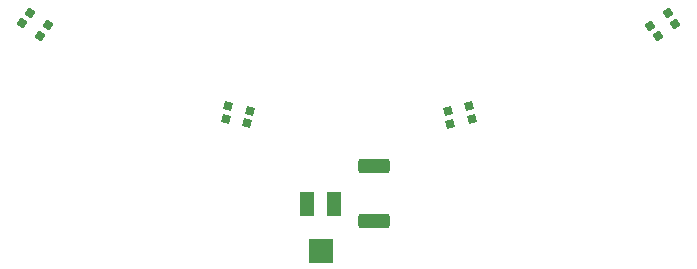
<source format=gbr>
%TF.GenerationSoftware,KiCad,Pcbnew,7.0.9*%
%TF.CreationDate,2024-12-17T14:23:38+09:00*%
%TF.ProjectId,line_front_back_robot2,6c696e65-5f66-4726-9f6e-74066261636b,rev?*%
%TF.SameCoordinates,Original*%
%TF.FileFunction,Paste,Top*%
%TF.FilePolarity,Positive*%
%FSLAX46Y46*%
G04 Gerber Fmt 4.6, Leading zero omitted, Abs format (unit mm)*
G04 Created by KiCad (PCBNEW 7.0.9) date 2024-12-17 14:23:38*
%MOMM*%
%LPD*%
G01*
G04 APERTURE LIST*
G04 Aperture macros list*
%AMRoundRect*
0 Rectangle with rounded corners*
0 $1 Rounding radius*
0 $2 $3 $4 $5 $6 $7 $8 $9 X,Y pos of 4 corners*
0 Add a 4 corners polygon primitive as box body*
4,1,4,$2,$3,$4,$5,$6,$7,$8,$9,$2,$3,0*
0 Add four circle primitives for the rounded corners*
1,1,$1+$1,$2,$3*
1,1,$1+$1,$4,$5*
1,1,$1+$1,$6,$7*
1,1,$1+$1,$8,$9*
0 Add four rect primitives between the rounded corners*
20,1,$1+$1,$2,$3,$4,$5,0*
20,1,$1+$1,$4,$5,$6,$7,0*
20,1,$1+$1,$6,$7,$8,$9,0*
20,1,$1+$1,$8,$9,$2,$3,0*%
%AMRotRect*
0 Rectangle, with rotation*
0 The origin of the aperture is its center*
0 $1 length*
0 $2 width*
0 $3 Rotation angle, in degrees counterclockwise*
0 Add horizontal line*
21,1,$1,$2,0,0,$3*%
G04 Aperture macros list end*
%ADD10RotRect,0.700000X0.700000X12.000000*%
%ADD11RotRect,0.700000X0.700000X36.000000*%
%ADD12R,1.300000X2.000000*%
%ADD13R,2.000000X2.000000*%
%ADD14RotRect,0.700000X0.700000X348.000000*%
%ADD15RotRect,0.700000X0.700000X324.000000*%
%ADD16RoundRect,0.250000X1.075000X-0.362500X1.075000X0.362500X-1.075000X0.362500X-1.075000X-0.362500X0*%
G04 APERTURE END LIST*
D10*
%TO.C,D2*%
X177364398Y-109525450D03*
X177593100Y-110601412D03*
X179383110Y-110220934D03*
X179154408Y-109144972D03*
%TD*%
D11*
%TO.C,D3*%
X194489387Y-102341306D03*
X195135950Y-103231225D03*
X196616451Y-102155578D03*
X195969888Y-101265659D03*
%TD*%
D12*
%TO.C,RV2*%
X165450000Y-117375000D03*
D13*
X166600000Y-121375000D03*
D12*
X167750000Y-117375000D03*
%TD*%
D14*
%TO.C,D5*%
X158797887Y-109123132D03*
X158569185Y-110199094D03*
X160359195Y-110579572D03*
X160587897Y-109503610D03*
%TD*%
D15*
%TO.C,D1*%
X142000174Y-101203915D03*
X141353611Y-102093834D03*
X142834112Y-103169481D03*
X143480675Y-102279562D03*
%TD*%
D16*
%TO.C,R8*%
X171100000Y-118837500D03*
X171100000Y-114212500D03*
%TD*%
M02*

</source>
